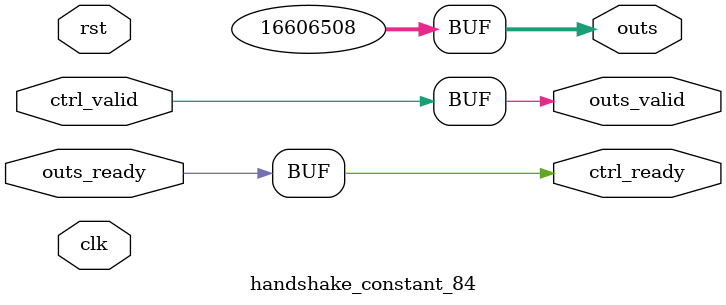
<source format=v>
`timescale 1ns / 1ps
module handshake_constant_84 #(
  parameter DATA_WIDTH = 32  // Default set to 32 bits
) (
  input                       clk,
  input                       rst,
  // Input Channel
  input                       ctrl_valid,
  output                      ctrl_ready,
  // Output Channel
  output [DATA_WIDTH - 1 : 0] outs,
  output                      outs_valid,
  input                       outs_ready
);
  assign outs       = 24'b111111010110010100101100;
  assign outs_valid = ctrl_valid;
  assign ctrl_ready = outs_ready;

endmodule

</source>
